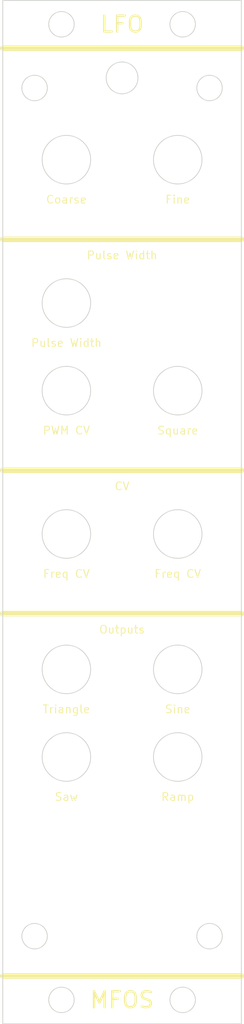
<source format=kicad_pcb>
(kicad_pcb (version 20221018) (generator pcbnew)

  (general
    (thickness 1.6)
  )

  (paper "A4")
  (layers
    (0 "F.Cu" signal)
    (31 "B.Cu" signal)
    (32 "B.Adhes" user "B.Adhesive")
    (33 "F.Adhes" user "F.Adhesive")
    (34 "B.Paste" user)
    (35 "F.Paste" user)
    (36 "B.SilkS" user "B.Silkscreen")
    (37 "F.SilkS" user "F.Silkscreen")
    (38 "B.Mask" user)
    (39 "F.Mask" user)
    (40 "Dwgs.User" user "User.Drawings")
    (41 "Cmts.User" user "User.Comments")
    (42 "Eco1.User" user "User.Eco1")
    (43 "Eco2.User" user "User.Eco2")
    (44 "Edge.Cuts" user)
    (45 "Margin" user)
    (46 "B.CrtYd" user "B.Courtyard")
    (47 "F.CrtYd" user "F.Courtyard")
    (48 "B.Fab" user)
    (49 "F.Fab" user)
    (50 "User.1" user)
    (51 "User.2" user)
    (52 "User.3" user)
    (53 "User.4" user)
    (54 "User.5" user)
    (55 "User.6" user)
    (56 "User.7" user)
    (57 "User.8" user)
    (58 "User.9" user)
  )

  (setup
    (pad_to_mask_clearance 0)
    (pcbplotparams
      (layerselection 0x00010fc_ffffffff)
      (plot_on_all_layers_selection 0x0000000_00000000)
      (disableapertmacros false)
      (usegerberextensions false)
      (usegerberattributes true)
      (usegerberadvancedattributes true)
      (creategerberjobfile true)
      (dashed_line_dash_ratio 12.000000)
      (dashed_line_gap_ratio 3.000000)
      (svgprecision 4)
      (plotframeref false)
      (viasonmask false)
      (mode 1)
      (useauxorigin false)
      (hpglpennumber 1)
      (hpglpenspeed 20)
      (hpglpendiameter 15.000000)
      (dxfpolygonmode true)
      (dxfimperialunits true)
      (dxfusepcbnewfont true)
      (psnegative false)
      (psa4output false)
      (plotreference true)
      (plotvalue true)
      (plotinvisibletext false)
      (sketchpadsonfab false)
      (subtractmaskfromsilk false)
      (outputformat 1)
      (mirror false)
      (drillshape 1)
      (scaleselection 1)
      (outputdirectory "")
    )
  )

  (net 0 "")

  (gr_line (start 0 122.5) (end 30 122.5)
    (stroke (width 0.7) (type default)) (layer "F.SilkS") (tstamp 2534efdd-7feb-4372-8722-f26184b9a0b1))
  (gr_line (start 0 77) (end 30 77)
    (stroke (width 0.7) (type default)) (layer "F.SilkS") (tstamp 27814878-5eef-434b-ab51-9f9c41e0dfdc))
  (gr_line (start 0 59) (end 30 59)
    (stroke (width 0.7) (type default)) (layer "F.SilkS") (tstamp 2bebd78c-acaf-4c1c-b89c-9f45ebdbea22))
  (gr_line (start 0 30) (end 30 30)
    (stroke (width 0.7) (type default)) (layer "F.SilkS") (tstamp 8c555503-22c2-4c3b-93fa-e1c41869de6b))
  (gr_line (start 0 6) (end 30 6)
    (stroke (width 0.7) (type default)) (layer "F.SilkS") (tstamp c7ea3998-222d-44f3-9da6-87d725c03cbc))
  (gr_circle (center 8 38) (end 11.05 38)
    (stroke (width 0.1) (type default)) (fill none) (layer "Edge.Cuts") (tstamp 11f4e1da-f0e7-4ad2-a0c9-f2c43686345f))
  (gr_circle (center 22.62 3) (end 24.22 3)
    (stroke (width 0.1) (type default)) (fill none) (layer "Edge.Cuts") (tstamp 11f89bbc-3bec-4d6d-b245-82eeaa3faf92))
  (gr_circle (center 7.38 3) (end 8.98 3)
    (stroke (width 0.1) (type default)) (fill none) (layer "Edge.Cuts") (tstamp 13c48be2-acc2-4196-abc6-24fd793b6c29))
  (gr_circle (center 22 20) (end 25.05 20)
    (stroke (width 0.1) (type default)) (fill none) (layer "Edge.Cuts") (tstamp 1eafa9c5-0c35-4449-9d1c-5752179973b3))
  (gr_rect (start 0 0) (end 30 128.5)
    (stroke (width 0.1) (type default)) (fill none) (layer "Edge.Cuts") (tstamp 29ea91af-ef4a-4895-a3ce-d6f76d9b1bde))
  (gr_circle (center 22 67) (end 25.05 67)
    (stroke (width 0.1) (type default)) (fill none) (layer "Edge.Cuts") (tstamp 378d0f7a-0cea-4cec-b02f-ae477443f70e))
  (gr_circle (center 8 20) (end 11.05 20)
    (stroke (width 0.1) (type default)) (fill none) (layer "Edge.Cuts") (tstamp 3aaae236-0a14-4198-a072-eb09c0ed8c56))
  (gr_circle (center 4 117.5) (end 5.6 117.5)
    (stroke (width 0.1) (type default)) (fill none) (layer "Edge.Cuts") (tstamp 6578d1e8-112b-49ce-9b75-58cf9c8afe01))
  (gr_circle (center 22 84) (end 25.05 84)
    (stroke (width 0.1) (type default)) (fill none) (layer "Edge.Cuts") (tstamp 687dd164-8a48-4645-a3b8-6cfd995a37f3))
  (gr_circle (center 15 9.73) (end 17 9.73)
    (stroke (width 0.1) (type default)) (fill none) (layer "Edge.Cuts") (tstamp 780f6737-c810-4ca3-be04-b3c06f95a9ab))
  (gr_circle (center 7.38 125.5) (end 8.98 125.5)
    (stroke (width 0.1) (type default)) (fill none) (layer "Edge.Cuts") (tstamp 79fa1643-3e8b-4bc6-b563-a0f4e44f7f23))
  (gr_circle (center 22 49) (end 25.05 49)
    (stroke (width 0.1) (type default)) (fill none) (layer "Edge.Cuts") (tstamp 9ae01e33-37f8-4d91-99bd-7550378fa04d))
  (gr_circle (center 26 11) (end 27.6 11)
    (stroke (width 0.1) (type default)) (fill none) (layer "Edge.Cuts") (tstamp ac1e8c25-8c30-4390-8aa4-8613f9b3e58f))
  (gr_circle (center 26 117.5) (end 27.6 117.5)
    (stroke (width 0.1) (type default)) (fill none) (layer "Edge.Cuts") (tstamp c408d07e-2f21-4c06-a61f-9ceb33c62f31))
  (gr_circle (center 22 95) (end 25.05 95)
    (stroke (width 0.1) (type default)) (fill none) (layer "Edge.Cuts") (tstamp cd9a1825-7193-41f5-9708-0301b5b4b180))
  (gr_circle (center 4 11) (end 5.6 11)
    (stroke (width 0.1) (type default)) (fill none) (layer "Edge.Cuts") (tstamp d134a3e0-c50a-4ea1-954e-d28c8a414f8c))
  (gr_circle (center 8 49) (end 11.05 49)
    (stroke (width 0.1) (type default)) (fill none) (layer "Edge.Cuts") (tstamp d1d2eead-7e70-45db-87cd-0cce21341f13))
  (gr_circle (center 8 84) (end 11.05 84)
    (stroke (width 0.1) (type default)) (fill none) (layer "Edge.Cuts") (tstamp d54f6b7a-76a0-4c05-ace9-43e0bcf00cc8))
  (gr_circle (center 22.62 125.5) (end 24.22 125.5)
    (stroke (width 0.1) (type default)) (fill none) (layer "Edge.Cuts") (tstamp d6a40ba9-8cc6-4dca-92ee-78808c02b852))
  (gr_circle (center 8 67) (end 11.05 67)
    (stroke (width 0.1) (type default)) (fill none) (layer "Edge.Cuts") (tstamp e6e42cb4-ffcd-4a62-af8d-062f2540b97f))
  (gr_circle (center 8 95) (end 11.05 95)
    (stroke (width 0.1) (type default)) (fill none) (layer "Edge.Cuts") (tstamp ff462a73-4e4e-4451-9205-7a4db8b289ba))
  (gr_text "PWM CV" (at 8 54) (layer "F.SilkS") (tstamp 01e77ed5-bf17-417c-87e6-d18ee9ab7d37)
    (effects (font (size 1 1) (thickness 0.125)))
  )
  (gr_text "Triangle" (at 8 89) (layer "F.SilkS") (tstamp 17a59baf-221a-46f2-b748-ccfb898aa43e)
    (effects (font (size 1 1) (thickness 0.125)))
  )
  (gr_text "Freq CV" (at 22 72) (layer "F.SilkS") (tstamp 181660be-9c41-4007-8a12-0d192045e013)
    (effects (font (size 1 1) (thickness 0.125)))
  )
  (gr_text "Fine" (at 22 25) (layer "F.SilkS") (tstamp 221f765b-0bbd-4475-8993-d094d2782d4e)
    (effects (font (size 1 1) (thickness 0.125)))
  )
  (gr_text "Square" (at 22 54) (layer "F.SilkS") (tstamp 2d159b0b-8fea-49aa-99a4-9f4ef410b2c3)
    (effects (font (size 1 1) (thickness 0.125)))
  )
  (gr_text "Freq CV" (at 8 72) (layer "F.SilkS") (tstamp 2e8683af-2d6e-4bf5-8018-8244dedf284c)
    (effects (font (size 1 1) (thickness 0.125)))
  )
  (gr_text "CV" (at 15 61) (layer "F.SilkS") (tstamp 4843a51c-eccd-462d-ad39-270dadde6ce9)
    (effects (font (size 1 1) (thickness 0.125)))
  )
  (gr_text "Sine" (at 22 89) (layer "F.SilkS") (tstamp 6333adf2-0ad8-4de6-9e22-2dc16c81c20e)
    (effects (font (size 1 1) (thickness 0.125)))
  )
  (gr_text "MFOS" (at 15 125.5) (layer "F.SilkS") (tstamp 6b956405-02ee-42c0-98d5-9038b660dc38)
    (effects (font (size 2 2) (thickness 0.3)))
  )
  (gr_text "Ramp" (at 22 100) (layer "F.SilkS") (tstamp 6f3fb67b-e89b-4402-8867-f4e26700a403)
    (effects (font (size 1 1) (thickness 0.125)))
  )
  (gr_text "Pulse Width" (at 15 32) (layer "F.SilkS") (tstamp 8f8d32de-1903-426d-ba0c-f452e7ccd8b0)
    (effects (font (size 1 1) (thickness 0.125)))
  )
  (gr_text "Pulse Width" (at 8 43) (layer "F.SilkS") (tstamp a4aef461-9cec-4076-b422-671959e746ea)
    (effects (font (size 1 1) (thickness 0.125)))
  )
  (gr_text "Coarse" (at 8 25) (layer "F.SilkS") (tstamp b2588146-844a-4661-ba36-1bb343287170)
    (effects (font (size 1 1) (thickness 0.125)))
  )
  (gr_text "Outputs" (at 15 79) (layer "F.SilkS") (tstamp baa2ad25-5570-426f-8e5e-f320aa1f571b)
    (effects (font (size 1 1) (thickness 0.125)))
  )
  (gr_text "LFO" (at 15 3) (layer "F.SilkS") (tstamp f4885f78-0072-43ed-90d7-a86f1ea457d2)
    (effects (font (size 2 2) (thickness 0.3)))
  )
  (gr_text "Saw" (at 8 100) (layer "F.SilkS") (tstamp fec33955-2b95-4c13-b4e1-8f7ad2094625)
    (effects (font (size 1 1) (thickness 0.125)))
  )

)

</source>
